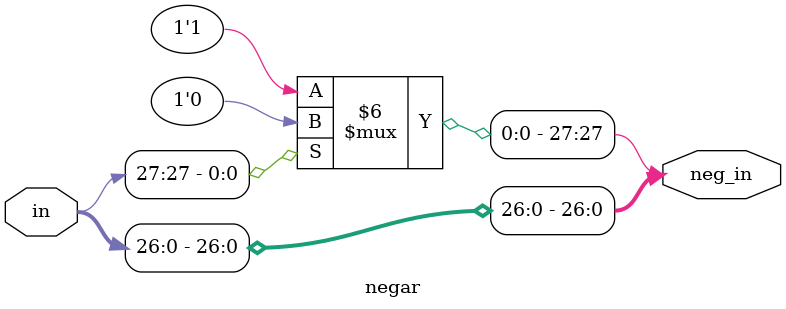
<source format=sv>
`timescale 1ns / 1ps


module negar(
    in,
    neg_in
    );
    
// Entradas
input logic [N-1:0] in;

// Outputs
output logic [N-1:0] neg_in;

//Parameterized values
parameter Q = 15;
parameter N = 28;    

////////////////////////////////////////// MODULO ///////////////////////////////// 
logic [N-1:0] aux;
always_comb begin
    if ( in[N-1] == 1) begin
//        aux = -in;
//        neg_in = aux + 1;
        neg_in[N-1] = 0; 
        neg_in[N-2:0] = in[N-2:0];
    end
    else begin
        neg_in[N-1] = 1;
        neg_in[N-2:0] = in[N-2:0];
    end
end
endmodule

</source>
